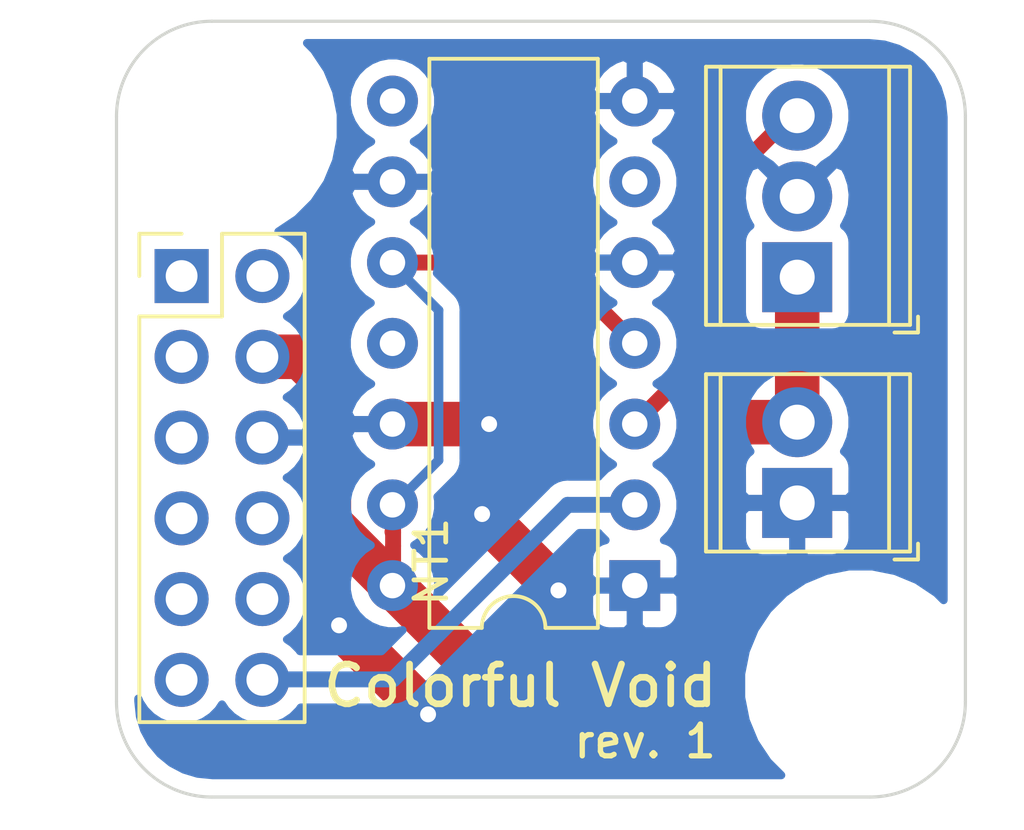
<source format=kicad_pcb>
(kicad_pcb (version 20171130) (host pcbnew "(5.1.8)-1")

  (general
    (thickness 1.6)
    (drawings 10)
    (tracks 35)
    (zones 0)
    (modules 7)
    (nets 18)
  )

  (page A4)
  (layers
    (0 F.Cu signal)
    (31 B.Cu signal)
    (32 B.Adhes user)
    (33 F.Adhes user)
    (34 B.Paste user)
    (35 F.Paste user)
    (36 B.SilkS user)
    (37 F.SilkS user)
    (38 B.Mask user)
    (39 F.Mask user)
    (40 Dwgs.User user)
    (41 Cmts.User user)
    (42 Eco1.User user)
    (43 Eco2.User user)
    (44 Edge.Cuts user)
    (45 Margin user)
    (46 B.CrtYd user)
    (47 F.CrtYd user)
    (48 B.Fab user)
    (49 F.Fab user)
  )

  (setup
    (last_trace_width 0.5)
    (trace_clearance 0.2)
    (zone_clearance 0.508)
    (zone_45_only no)
    (trace_min 0.2)
    (via_size 0.8)
    (via_drill 0.4)
    (via_min_size 0.4)
    (via_min_drill 0.3)
    (uvia_size 0.3)
    (uvia_drill 0.1)
    (uvias_allowed no)
    (uvia_min_size 0.2)
    (uvia_min_drill 0.1)
    (edge_width 0.1)
    (segment_width 0.2)
    (pcb_text_width 0.3)
    (pcb_text_size 1.5 1.5)
    (mod_edge_width 0.127)
    (mod_text_size 1 0.8128)
    (mod_text_width 0.127)
    (pad_size 1.524 1.524)
    (pad_drill 0.762)
    (pad_to_mask_clearance 0.0762)
    (solder_mask_min_width 0.127)
    (aux_axis_origin 0 0)
    (visible_elements 7FFFFFFF)
    (pcbplotparams
      (layerselection 0x010fc_ffffffff)
      (usegerberextensions false)
      (usegerberattributes true)
      (usegerberadvancedattributes true)
      (creategerberjobfile true)
      (excludeedgelayer true)
      (linewidth 0.100000)
      (plotframeref false)
      (viasonmask false)
      (mode 1)
      (useauxorigin false)
      (hpglpennumber 1)
      (hpglpenspeed 20)
      (hpglpendiameter 15.000000)
      (psnegative false)
      (psa4output false)
      (plotreference true)
      (plotvalue true)
      (plotinvisibletext false)
      (padsonsilk false)
      (subtractmaskfromsilk false)
      (outputformat 1)
      (mirror false)
      (drillshape 1)
      (scaleselection 1)
      (outputdirectory ""))
  )

  (net 0 "")
  (net 1 "Net-(J1-Pad2)")
  (net 2 "Net-(J1-Pad1)")
  (net 3 LED_VCC)
  (net 4 LED_GND)
  (net 5 LED_D)
  (net 6 "Net-(U1-Pad6)")
  (net 7 "Net-(U1-Pad11)")
  (net 8 LED_CTRL)
  (net 9 "Net-(U1-Pad8)")
  (net 10 "Net-(NT1-Pad1)")
  (net 11 "Net-(J1-Pad11)")
  (net 12 "Net-(J1-Pad10)")
  (net 13 "Net-(J1-Pad9)")
  (net 14 "Net-(J1-Pad8)")
  (net 15 "Net-(J1-Pad7)")
  (net 16 "Net-(J1-Pad5)")
  (net 17 "Net-(J1-Pad3)")

  (net_class Default "This is the default net class."
    (clearance 0.2)
    (trace_width 0.5)
    (via_dia 0.8)
    (via_drill 0.4)
    (uvia_dia 0.3)
    (uvia_drill 0.1)
    (add_net LED_CTRL)
    (add_net LED_D)
    (add_net "Net-(J1-Pad1)")
    (add_net "Net-(J1-Pad10)")
    (add_net "Net-(J1-Pad11)")
    (add_net "Net-(J1-Pad2)")
    (add_net "Net-(J1-Pad3)")
    (add_net "Net-(J1-Pad5)")
    (add_net "Net-(J1-Pad7)")
    (add_net "Net-(J1-Pad8)")
    (add_net "Net-(J1-Pad9)")
    (add_net "Net-(NT1-Pad1)")
    (add_net "Net-(U1-Pad11)")
    (add_net "Net-(U1-Pad6)")
    (add_net "Net-(U1-Pad8)")
  )

  (net_class Power ""
    (clearance 0.5)
    (trace_width 1.4)
    (via_dia 1)
    (via_drill 0.5)
    (uvia_dia 0.3)
    (uvia_drill 0.1)
    (add_net LED_GND)
    (add_net LED_VCC)
  )

  (module Connector_PinHeader_2.54mm:PinHeader_2x06_P2.54mm_Vertical (layer F.Cu) (tedit 59FED5CC) (tstamp 5FF1DFEF)
    (at 104.348 95.614)
    (descr "Through hole straight pin header, 2x06, 2.54mm pitch, double rows")
    (tags "Through hole pin header THT 2x06 2.54mm double row")
    (path /5FD53E6E)
    (fp_text reference J1 (at 1.27 -2.33) (layer F.SilkS) hide
      (effects (font (size 1 1) (thickness 0.15)))
    )
    (fp_text value Raspberry_Pi_Zero (at 1.27 15.03) (layer F.Fab)
      (effects (font (size 1 1) (thickness 0.15)))
    )
    (fp_line (start 4.35 -1.8) (end -1.8 -1.8) (layer F.CrtYd) (width 0.05))
    (fp_line (start 4.35 14.5) (end 4.35 -1.8) (layer F.CrtYd) (width 0.05))
    (fp_line (start -1.8 14.5) (end 4.35 14.5) (layer F.CrtYd) (width 0.05))
    (fp_line (start -1.8 -1.8) (end -1.8 14.5) (layer F.CrtYd) (width 0.05))
    (fp_line (start -1.33 -1.33) (end 0 -1.33) (layer F.SilkS) (width 0.12))
    (fp_line (start -1.33 0) (end -1.33 -1.33) (layer F.SilkS) (width 0.12))
    (fp_line (start 1.27 -1.33) (end 3.87 -1.33) (layer F.SilkS) (width 0.12))
    (fp_line (start 1.27 1.27) (end 1.27 -1.33) (layer F.SilkS) (width 0.12))
    (fp_line (start -1.33 1.27) (end 1.27 1.27) (layer F.SilkS) (width 0.12))
    (fp_line (start 3.87 -1.33) (end 3.87 14.03) (layer F.SilkS) (width 0.12))
    (fp_line (start -1.33 1.27) (end -1.33 14.03) (layer F.SilkS) (width 0.12))
    (fp_line (start -1.33 14.03) (end 3.87 14.03) (layer F.SilkS) (width 0.12))
    (fp_line (start -1.27 0) (end 0 -1.27) (layer F.Fab) (width 0.1))
    (fp_line (start -1.27 13.97) (end -1.27 0) (layer F.Fab) (width 0.1))
    (fp_line (start 3.81 13.97) (end -1.27 13.97) (layer F.Fab) (width 0.1))
    (fp_line (start 3.81 -1.27) (end 3.81 13.97) (layer F.Fab) (width 0.1))
    (fp_line (start 0 -1.27) (end 3.81 -1.27) (layer F.Fab) (width 0.1))
    (fp_text user %R (at 1.27 6.35 90) (layer F.Fab)
      (effects (font (size 1 1) (thickness 0.15)))
    )
    (pad 12 thru_hole oval (at 2.54 12.7) (size 1.7 1.7) (drill 1) (layers *.Cu *.Mask)
      (net 8 LED_CTRL))
    (pad 11 thru_hole oval (at 0 12.7) (size 1.7 1.7) (drill 1) (layers *.Cu *.Mask)
      (net 11 "Net-(J1-Pad11)"))
    (pad 10 thru_hole oval (at 2.54 10.16) (size 1.7 1.7) (drill 1) (layers *.Cu *.Mask)
      (net 12 "Net-(J1-Pad10)"))
    (pad 9 thru_hole oval (at 0 10.16) (size 1.7 1.7) (drill 1) (layers *.Cu *.Mask)
      (net 13 "Net-(J1-Pad9)"))
    (pad 8 thru_hole oval (at 2.54 7.62) (size 1.7 1.7) (drill 1) (layers *.Cu *.Mask)
      (net 14 "Net-(J1-Pad8)"))
    (pad 7 thru_hole oval (at 0 7.62) (size 1.7 1.7) (drill 1) (layers *.Cu *.Mask)
      (net 15 "Net-(J1-Pad7)"))
    (pad 6 thru_hole oval (at 2.54 5.08) (size 1.7 1.7) (drill 1) (layers *.Cu *.Mask)
      (net 4 LED_GND))
    (pad 5 thru_hole oval (at 0 5.08) (size 1.7 1.7) (drill 1) (layers *.Cu *.Mask)
      (net 16 "Net-(J1-Pad5)"))
    (pad 4 thru_hole oval (at 2.54 2.54) (size 1.7 1.7) (drill 1) (layers *.Cu *.Mask)
      (net 3 LED_VCC))
    (pad 3 thru_hole oval (at 0 2.54) (size 1.7 1.7) (drill 1) (layers *.Cu *.Mask)
      (net 17 "Net-(J1-Pad3)"))
    (pad 2 thru_hole oval (at 2.54 0) (size 1.7 1.7) (drill 1) (layers *.Cu *.Mask)
      (net 1 "Net-(J1-Pad2)"))
    (pad 1 thru_hole rect (at 0 0) (size 1.7 1.7) (drill 1) (layers *.Cu *.Mask)
      (net 2 "Net-(J1-Pad1)"))
    (model ${KISYS3DMOD}/Connector_PinHeader_2.54mm.3dshapes/PinHeader_2x06_P2.54mm_Vertical.wrl
      (at (xyz 0 0 0))
      (scale (xyz 1 1 1))
      (rotate (xyz 0 0 0))
    )
  )

  (module misc_hardware:MountingHole_M2.5 (layer F.Cu) (tedit 5FF15BBD) (tstamp 5FF1D32E)
    (at 105.6 90.9)
    (descr "Mounting Hole 2.7mm, no annular, M2.5")
    (tags "mounting hole 2.7mm no annular m2.5")
    (path /5FF5065F)
    (attr virtual)
    (fp_text reference H2 (at 0 -3.7) (layer F.SilkS) hide
      (effects (font (size 1 1) (thickness 0.15)))
    )
    (fp_text value MountingHole (at 0 3.7) (layer F.Fab)
      (effects (font (size 1 1) (thickness 0.15)))
    )
    (fp_circle (center 0 0) (end 3.6 0) (layer F.CrtYd) (width 0.05))
    (fp_circle (center 0 0) (end 2.7 0) (layer Cmts.User) (width 0.15))
    (fp_text user %R (at 0.3 0) (layer F.Fab)
      (effects (font (size 1 1) (thickness 0.15)))
    )
    (pad "" np_thru_hole circle (at 0 0) (size 2.75 2.75) (drill 2.75) (layers *.Cu *.Mask)
      (solder_mask_margin 1.75) (clearance 2.25))
  )

  (module misc_hardware:MountingHole_M2.5 (layer F.Cu) (tedit 5FF15BBD) (tstamp 5FF1D883)
    (at 125.7 108.5)
    (descr "Mounting Hole 2.7mm, no annular, M2.5")
    (tags "mounting hole 2.7mm no annular m2.5")
    (path /5FF4F0EB)
    (attr virtual)
    (fp_text reference H1 (at 0 -3.7) (layer F.SilkS) hide
      (effects (font (size 1 1) (thickness 0.15)))
    )
    (fp_text value MountingHole (at 0 3.7) (layer F.Fab)
      (effects (font (size 1 1) (thickness 0.15)))
    )
    (fp_circle (center 0 0) (end 3.6 0) (layer F.CrtYd) (width 0.05))
    (fp_circle (center 0 0) (end 2.7 0) (layer Cmts.User) (width 0.15))
    (fp_text user %R (at 0.3 0) (layer F.Fab)
      (effects (font (size 1 1) (thickness 0.15)))
    )
    (pad "" np_thru_hole circle (at 0 0) (size 2.75 2.75) (drill 2.75) (layers *.Cu *.Mask)
      (solder_mask_margin 1.75) (clearance 2.25))
  )

  (module NetTie:NetTie-2_SMD_Pad0.5mm (layer F.Cu) (tedit 5A1CF6D3) (tstamp 5FF15DC1)
    (at 111 104.6 270)
    (descr "Net tie, 2 pin, 0.5mm square SMD pads")
    (tags "net tie")
    (path /5FF0F2A7)
    (attr virtual)
    (fp_text reference NT1 (at 0 -1.2 90) (layer F.SilkS)
      (effects (font (size 1 1) (thickness 0.15)))
    )
    (fp_text value Net-Tie_2 (at 0 1.2 90) (layer F.Fab)
      (effects (font (size 1 1) (thickness 0.15)))
    )
    (fp_line (start -1 -0.5) (end -1 0.5) (layer F.CrtYd) (width 0.05))
    (fp_line (start -1 0.5) (end 1 0.5) (layer F.CrtYd) (width 0.05))
    (fp_line (start 1 0.5) (end 1 -0.5) (layer F.CrtYd) (width 0.05))
    (fp_line (start 1 -0.5) (end -1 -0.5) (layer F.CrtYd) (width 0.05))
    (fp_poly (pts (xy -0.5 -0.25) (xy 0.5 -0.25) (xy 0.5 0.25) (xy -0.5 0.25)) (layer F.Cu) (width 0))
    (pad 2 smd circle (at 0.5 0 270) (size 0.5 0.5) (layers F.Cu)
      (net 3 LED_VCC))
    (pad 1 smd circle (at -0.5 0 270) (size 0.5 0.5) (layers F.Cu)
      (net 10 "Net-(NT1-Pad1)"))
  )

  (module misc_hardware:TerminalBlock_Kaweei_1x03_P2.54mm_Horizontal (layer F.Cu) (tedit 5FF0248F) (tstamp 5FF15CB1)
    (at 124 95.64 90)
    (descr "Terminal Block Kaweei KF120-3P, 3 pins, pitch 2.54mm, size 8.00x6.3mm^2, drill diamater 1.1mm, pad diameter 2.2mm, see https://cdn-shop.adafruit.com/product-files/2135/Kaweei_KF120-XP.pdf")
    (tags "THT Terminal Block Kaweei  KF120-3P pitch 2.54mm size 8.00x6.3mm^2 drill 1.1mm pad 2.2mm")
    (path /5FE0F243)
    (fp_text reference J3 (at 2.54 -4.16 90) (layer F.SilkS) hide
      (effects (font (size 1 1) (thickness 0.15)))
    )
    (fp_text value Conn_01x03 (at 2.54 4.5 90) (layer F.Fab)
      (effects (font (size 1 1) (thickness 0.15)))
    )
    (fp_circle (center -0.01 -0.29) (end 1.09 -0.29) (layer F.Fab) (width 0.1))
    (fp_circle (center 2.53 -0.29) (end 3.63 -0.29) (layer F.Fab) (width 0.1))
    (fp_circle (center 5.07 -0.29) (end 6.17 -0.29) (layer F.Fab) (width 0.1))
    (fp_line (start -1.45 -3.1) (end 6.55 -3.1) (layer F.Fab) (width 0.1))
    (fp_line (start 6.55 -3.1) (end 6.55 3.2) (layer F.Fab) (width 0.1))
    (fp_line (start 6.55 3.2) (end -1.03 3.2) (layer F.Fab) (width 0.1))
    (fp_line (start -1.03 3.2) (end -1.45 2.78) (layer F.Fab) (width 0.1))
    (fp_line (start -1.45 2.78) (end -1.45 -3.1) (layer F.Fab) (width 0.1))
    (fp_line (start -1.45 2.6) (end 6.55 2.6) (layer F.Fab) (width 0.1))
    (fp_line (start -1.51 2.6) (end 6.61 2.6) (layer F.SilkS) (width 0.12))
    (fp_line (start -1.45 -2.7) (end 6.55 -2.7) (layer F.Fab) (width 0.1))
    (fp_line (start -1.51 -2.7) (end 6.61 -2.7) (layer F.SilkS) (width 0.12))
    (fp_line (start -1.51 -3.16) (end 6.61 -3.16) (layer F.SilkS) (width 0.12))
    (fp_line (start -1.51 3.26) (end 6.61 3.26) (layer F.SilkS) (width 0.12))
    (fp_line (start -1.51 -3.16) (end -1.51 3.26) (layer F.SilkS) (width 0.12))
    (fp_line (start 6.61 -3.16) (end 6.61 3.26) (layer F.SilkS) (width 0.12))
    (fp_line (start 0.825 -0.99) (end -0.711 0.545) (layer F.Fab) (width 0.1))
    (fp_line (start 0.691 -1.125) (end -0.845 0.41) (layer F.Fab) (width 0.1))
    (fp_line (start 3.365 -0.99) (end 1.83 0.545) (layer F.Fab) (width 0.1))
    (fp_line (start 3.231 -1.125) (end 1.696 0.41) (layer F.Fab) (width 0.1))
    (fp_line (start 5.905 -0.99) (end 4.37 0.545) (layer F.Fab) (width 0.1))
    (fp_line (start 5.771 -1.125) (end 4.236 0.41) (layer F.Fab) (width 0.1))
    (fp_line (start -1.75 2.77) (end -1.75 3.51) (layer F.SilkS) (width 0.12))
    (fp_line (start -1.75 3.51) (end -1.25 3.51) (layer F.SilkS) (width 0.12))
    (fp_line (start -2 -3.6) (end -2 3.8) (layer F.CrtYd) (width 0.05))
    (fp_line (start -2 3.8) (end 7.08 3.8) (layer F.CrtYd) (width 0.05))
    (fp_line (start 7.08 3.8) (end 7.08 -3.6) (layer F.CrtYd) (width 0.05))
    (fp_line (start 7.08 -3.6) (end -2 -3.6) (layer F.CrtYd) (width 0.05))
    (fp_text user %R (at 2.54 2 90) (layer F.Fab)
      (effects (font (size 1 1) (thickness 0.15)))
    )
    (pad 1 thru_hole rect (at -0.01 -0.29 90) (size 2.2 2.2) (drill 1.1) (layers *.Cu *.Mask)
      (net 3 LED_VCC))
    (pad 2 thru_hole circle (at 2.53 -0.29 90) (size 2.2 2.2) (drill 1.1) (layers *.Cu *.Mask)
      (net 4 LED_GND))
    (pad 3 thru_hole circle (at 5.07 -0.29 90) (size 2.2 2.2) (drill 1.1) (layers *.Cu *.Mask)
      (net 5 LED_D))
    (model ${KIPRJMOD}/misc_hardware.pretty/TerminalBlock_Kaweei_1x03_P2.54mm_Horizontal.STEP
      (offset (xyz 2.55 -3.2 0))
      (scale (xyz 1 1 1))
      (rotate (xyz 0 0 90))
    )
  )

  (module misc_hardware:TerminalBlock_Kaweei_1x02_P2.54mm_Horizontal (layer F.Cu) (tedit 5FF0247A) (tstamp 5FF16522)
    (at 124 104.04 90)
    (descr "Terminal Block Kaweei KF120-2P, 2 pins, pitch 2.54mm, size 5.46x6.3mm^2, drill diamater 1.1mm, pad diameter 2.2mm, see https://cdn-shop.adafruit.com/product-files/2135/Kaweei_KF120-XP.pdf")
    (tags "THT Terminal Block Kaweei  KF120-2P pitch 2.54mm size 5.46x6.3mm^2 drill 1.1mm pad 2.2mm")
    (path /5FEFCA38)
    (fp_text reference J2 (at 2.54 -4.16 90) (layer F.SilkS) hide
      (effects (font (size 1 1) (thickness 0.15)))
    )
    (fp_text value Conn_01x02 (at 2.54 4.5 90) (layer F.Fab)
      (effects (font (size 1 1) (thickness 0.15)))
    )
    (fp_line (start 5.82 -3.6) (end -0.74 -3.6) (layer F.CrtYd) (width 0.05))
    (fp_line (start 5.82 3.8) (end 5.82 -3.6) (layer F.CrtYd) (width 0.05))
    (fp_line (start -0.74 3.8) (end 5.82 3.8) (layer F.CrtYd) (width 0.05))
    (fp_line (start -0.74 -3.6) (end -0.74 3.8) (layer F.CrtYd) (width 0.05))
    (fp_line (start -0.49 3.51) (end 0.01 3.51) (layer F.SilkS) (width 0.12))
    (fp_line (start -0.49 2.77) (end -0.49 3.51) (layer F.SilkS) (width 0.12))
    (fp_line (start 4.531 -1.125) (end 2.996 0.41) (layer F.Fab) (width 0.1))
    (fp_line (start 4.665 -0.99) (end 3.13 0.545) (layer F.Fab) (width 0.1))
    (fp_line (start 1.991 -1.125) (end 0.455 0.41) (layer F.Fab) (width 0.1))
    (fp_line (start 2.125 -0.99) (end 0.589 0.545) (layer F.Fab) (width 0.1))
    (fp_line (start 5.34 -3.16) (end 5.34 3.26) (layer F.SilkS) (width 0.12))
    (fp_line (start -0.24 -3.16) (end -0.24 3.26) (layer F.SilkS) (width 0.12))
    (fp_line (start -0.24 3.26) (end 5.34 3.26) (layer F.SilkS) (width 0.12))
    (fp_line (start -0.24 -3.16) (end 5.34 -3.16) (layer F.SilkS) (width 0.12))
    (fp_line (start -0.24 -2.7) (end 5.34 -2.7) (layer F.SilkS) (width 0.12))
    (fp_line (start -0.18 -2.7) (end 5.28 -2.7) (layer F.Fab) (width 0.1))
    (fp_line (start -0.24 2.6) (end 5.34 2.6) (layer F.SilkS) (width 0.12))
    (fp_line (start -0.18 2.6) (end 5.28 2.6) (layer F.Fab) (width 0.1))
    (fp_line (start -0.18 2.78) (end -0.18 -3.1) (layer F.Fab) (width 0.1))
    (fp_line (start 0.24 3.2) (end -0.18 2.78) (layer F.Fab) (width 0.1))
    (fp_line (start 5.28 3.2) (end 0.24 3.2) (layer F.Fab) (width 0.1))
    (fp_line (start 5.28 -3.1) (end 5.28 3.2) (layer F.Fab) (width 0.1))
    (fp_line (start -0.18 -3.1) (end 5.28 -3.1) (layer F.Fab) (width 0.1))
    (fp_circle (center 3.83 -0.29) (end 4.93 -0.29) (layer F.Fab) (width 0.1))
    (fp_circle (center 1.29 -0.29) (end 2.39 -0.29) (layer F.Fab) (width 0.1))
    (fp_text user %R (at 2.54 2 90) (layer F.Fab)
      (effects (font (size 1 1) (thickness 0.15)))
    )
    (pad 1 thru_hole rect (at 1.29 -0.29 90) (size 2.2 2.2) (drill 1.1) (layers *.Cu *.Mask)
      (net 4 LED_GND))
    (pad 2 thru_hole circle (at 3.83 -0.29 90) (size 2.2 2.2) (drill 1.1) (layers *.Cu *.Mask)
      (net 3 LED_VCC))
    (model ${KIPRJMOD}/misc_hardware.pretty/TerminalBlock_Kaweei_1x02_P2.54mm_Horizontal.STEP
      (offset (xyz 2.55 -3.2 0))
      (scale (xyz 1 1 1))
      (rotate (xyz 0 0 90))
    )
  )

  (module Package_DIP:DIP-14_W7.62mm (layer F.Cu) (tedit 5A02E8C5) (tstamp 5FF15D18)
    (at 118.6 105.35 180)
    (descr "14-lead though-hole mounted DIP package, row spacing 7.62 mm (300 mils)")
    (tags "THT DIP DIL PDIP 2.54mm 7.62mm 300mil")
    (path /5FD63880)
    (fp_text reference U1 (at 3.81 -2.33) (layer F.SilkS) hide
      (effects (font (size 1 1) (thickness 0.15)))
    )
    (fp_text value 74AHCT125 (at 3.81 17.57) (layer F.Fab)
      (effects (font (size 1 1) (thickness 0.15)))
    )
    (fp_line (start 1.635 -1.27) (end 6.985 -1.27) (layer F.Fab) (width 0.1))
    (fp_line (start 6.985 -1.27) (end 6.985 16.51) (layer F.Fab) (width 0.1))
    (fp_line (start 6.985 16.51) (end 0.635 16.51) (layer F.Fab) (width 0.1))
    (fp_line (start 0.635 16.51) (end 0.635 -0.27) (layer F.Fab) (width 0.1))
    (fp_line (start 0.635 -0.27) (end 1.635 -1.27) (layer F.Fab) (width 0.1))
    (fp_line (start 2.81 -1.33) (end 1.16 -1.33) (layer F.SilkS) (width 0.12))
    (fp_line (start 1.16 -1.33) (end 1.16 16.57) (layer F.SilkS) (width 0.12))
    (fp_line (start 1.16 16.57) (end 6.46 16.57) (layer F.SilkS) (width 0.12))
    (fp_line (start 6.46 16.57) (end 6.46 -1.33) (layer F.SilkS) (width 0.12))
    (fp_line (start 6.46 -1.33) (end 4.81 -1.33) (layer F.SilkS) (width 0.12))
    (fp_line (start -1.1 -1.55) (end -1.1 16.8) (layer F.CrtYd) (width 0.05))
    (fp_line (start -1.1 16.8) (end 8.7 16.8) (layer F.CrtYd) (width 0.05))
    (fp_line (start 8.7 16.8) (end 8.7 -1.55) (layer F.CrtYd) (width 0.05))
    (fp_line (start 8.7 -1.55) (end -1.1 -1.55) (layer F.CrtYd) (width 0.05))
    (fp_text user %R (at 3.81 7.62) (layer F.Fab)
      (effects (font (size 1 1) (thickness 0.15)))
    )
    (fp_arc (start 3.81 -1.33) (end 2.81 -1.33) (angle -180) (layer F.SilkS) (width 0.12))
    (pad 14 thru_hole oval (at 7.62 0 180) (size 1.6 1.6) (drill 0.8) (layers *.Cu *.Mask)
      (net 3 LED_VCC))
    (pad 7 thru_hole oval (at 0 15.24 180) (size 1.6 1.6) (drill 0.8) (layers *.Cu *.Mask)
      (net 4 LED_GND))
    (pad 13 thru_hole oval (at 7.62 2.54 180) (size 1.6 1.6) (drill 0.8) (layers *.Cu *.Mask)
      (net 10 "Net-(NT1-Pad1)"))
    (pad 6 thru_hole oval (at 0 12.7 180) (size 1.6 1.6) (drill 0.8) (layers *.Cu *.Mask)
      (net 6 "Net-(U1-Pad6)"))
    (pad 12 thru_hole oval (at 7.62 5.08 180) (size 1.6 1.6) (drill 0.8) (layers *.Cu *.Mask)
      (net 4 LED_GND))
    (pad 5 thru_hole oval (at 0 10.16 180) (size 1.6 1.6) (drill 0.8) (layers *.Cu *.Mask)
      (net 4 LED_GND))
    (pad 11 thru_hole oval (at 7.62 7.62 180) (size 1.6 1.6) (drill 0.8) (layers *.Cu *.Mask)
      (net 7 "Net-(U1-Pad11)"))
    (pad 4 thru_hole oval (at 0 7.62 180) (size 1.6 1.6) (drill 0.8) (layers *.Cu *.Mask)
      (net 10 "Net-(NT1-Pad1)"))
    (pad 10 thru_hole oval (at 7.62 10.16 180) (size 1.6 1.6) (drill 0.8) (layers *.Cu *.Mask)
      (net 10 "Net-(NT1-Pad1)"))
    (pad 3 thru_hole oval (at 0 5.08 180) (size 1.6 1.6) (drill 0.8) (layers *.Cu *.Mask)
      (net 5 LED_D))
    (pad 9 thru_hole oval (at 7.62 12.7 180) (size 1.6 1.6) (drill 0.8) (layers *.Cu *.Mask)
      (net 4 LED_GND))
    (pad 2 thru_hole oval (at 0 2.54 180) (size 1.6 1.6) (drill 0.8) (layers *.Cu *.Mask)
      (net 8 LED_CTRL))
    (pad 8 thru_hole oval (at 7.62 15.24 180) (size 1.6 1.6) (drill 0.8) (layers *.Cu *.Mask)
      (net 9 "Net-(U1-Pad8)"))
    (pad 1 thru_hole rect (at 0 0 180) (size 1.6 1.6) (drill 0.8) (layers *.Cu *.Mask)
      (net 4 LED_GND))
    (model ${KISYS3DMOD}/Package_DIP.3dshapes/DIP-14_W7.62mm.wrl
      (at (xyz 0 0 0))
      (scale (xyz 1 1 1))
      (rotate (xyz 0 0 0))
    )
  )

  (gr_text "rev. 1" (at 121.25 110.25) (layer F.SilkS)
    (effects (font (size 1 1) (thickness 0.167)) (justify right))
  )
  (gr_text "Colorful Void" (at 115 108.5) (layer F.SilkS) (tstamp 5FF1E41C)
    (effects (font (size 1.25 1.25) (thickness 0.21)))
  )
  (gr_arc (start 126 109) (end 126 112) (angle -90) (layer Edge.Cuts) (width 0.1) (tstamp 5FF15C77))
  (gr_line (start 129 90.6) (end 129 109) (layer Edge.Cuts) (width 0.1) (tstamp 5FF15C7A))
  (gr_arc (start 105.3 109) (end 102.3 109) (angle -90) (layer Edge.Cuts) (width 0.1) (tstamp 5FF15BAB))
  (gr_arc (start 126 90.6) (end 129 90.6) (angle -90) (layer Edge.Cuts) (width 0.1) (tstamp 5FF15C7D))
  (gr_arc (start 105.3 90.6) (end 105.3 87.6) (angle -90) (layer Edge.Cuts) (width 0.1))
  (gr_line (start 105.3 112) (end 126 112) (layer Edge.Cuts) (width 0.1) (tstamp 5FF1D8B4))
  (gr_line (start 102.3 90.6) (end 102.3 109) (layer Edge.Cuts) (width 0.1))
  (gr_line (start 126 87.6) (end 105.3 87.6) (layer Edge.Cuts) (width 0.1) (tstamp 5FF15C8C))

  (segment (start 123.71 95.65) (end 123.71 100.21) (width 1.4) (layer F.Cu) (net 3))
  (segment (start 108.979999 103.349999) (end 110.98 105.35) (width 1.4) (layer F.Cu) (net 3))
  (segment (start 108.090081 98.154) (end 108.979999 99.043918) (width 1.4) (layer F.Cu) (net 3))
  (segment (start 108.979999 99.043918) (end 108.979999 103.349999) (width 1.4) (layer F.Cu) (net 3))
  (segment (start 106.888 98.154) (end 108.090081 98.154) (width 1.4) (layer F.Cu) (net 3))
  (segment (start 114.33 108.7) (end 110.98 105.35) (width 1.4) (layer F.Cu) (net 3))
  (segment (start 120.9 101.199998) (end 120.9 107.610002) (width 1.4) (layer F.Cu) (net 3))
  (segment (start 119.810002 108.7) (end 114.33 108.7) (width 1.4) (layer F.Cu) (net 3))
  (segment (start 121.889998 100.21) (end 120.9 101.199998) (width 1.4) (layer F.Cu) (net 3))
  (segment (start 123.71 100.21) (end 121.889998 100.21) (width 1.4) (layer F.Cu) (net 3))
  (segment (start 120.9 107.610002) (end 119.810002 108.7) (width 1.4) (layer F.Cu) (net 3))
  (via (at 114.020029 100.27) (size 1) (drill 0.5) (layers F.Cu B.Cu) (net 4) (tstamp 5FF15C89))
  (segment (start 110.98 100.27) (end 114.020029 100.27) (width 1.4) (layer F.Cu) (net 4) (tstamp 5FF15DE2))
  (via (at 116.2 105.5) (size 1) (drill 0.5) (layers F.Cu B.Cu) (net 4) (tstamp 5FF15C83))
  (via (at 113.8 103.1) (size 1) (drill 0.5) (layers F.Cu B.Cu) (net 4) (tstamp 5FF15C86))
  (segment (start 116.2 105.5) (end 113.8 103.1) (width 1.4) (layer F.Cu) (net 4) (tstamp 5FF15C80))
  (via (at 109.3 106.6) (size 1) (drill 0.5) (layers F.Cu B.Cu) (net 4))
  (via (at 112.1 109.4) (size 1) (drill 0.5) (layers F.Cu B.Cu) (net 4))
  (segment (start 109.3 106.6) (end 112.1 109.4) (width 1.4) (layer F.Cu) (net 4))
  (segment (start 124.02 93.64) (end 123.19 93.64) (width 0.5) (layer F.Cu) (net 4) (tstamp 5FF15E0F))
  (segment (start 123.511998 90.57) (end 123.71 90.57) (width 0.5) (layer F.Cu) (net 5))
  (segment (start 121.13 92.951998) (end 123.511998 90.57) (width 0.5) (layer F.Cu) (net 5))
  (segment (start 121.13 97.74) (end 121.13 92.951998) (width 0.5) (layer F.Cu) (net 5))
  (segment (start 118.6 100.27) (end 121.13 97.74) (width 0.5) (layer F.Cu) (net 5))
  (segment (start 116.49 102.81) (end 118.6 102.81) (width 0.5) (layer B.Cu) (net 8))
  (segment (start 111 108.3) (end 116.49 102.81) (width 0.5) (layer B.Cu) (net 8))
  (segment (start 106.902 108.3) (end 106.888 108.314) (width 0.5) (layer B.Cu) (net 8))
  (segment (start 111 108.3) (end 106.902 108.3) (width 0.5) (layer B.Cu) (net 8))
  (segment (start 111 103.68) (end 110.98 103.66) (width 0.5) (layer F.Cu) (net 10) (tstamp 5FF15E00))
  (segment (start 111 104.1) (end 111 102.88) (width 0.5) (layer F.Cu) (net 10) (tstamp 5FF15DE8))
  (segment (start 112.430001 101.409999) (end 110.98 102.86) (width 0.3) (layer B.Cu) (net 10) (tstamp 5FF15E06))
  (segment (start 112.430001 96.690001) (end 112.430001 101.409999) (width 0.3) (layer B.Cu) (net 10) (tstamp 5FF15DF1))
  (segment (start 110.98 95.24) (end 112.430001 96.690001) (width 0.3) (layer B.Cu) (net 10) (tstamp 5FF15DDC))
  (segment (start 116.06 95.19) (end 118.6 97.73) (width 0.5) (layer F.Cu) (net 10))
  (segment (start 110.98 95.19) (end 116.06 95.19) (width 0.5) (layer F.Cu) (net 10))

  (zone (net 4) (net_name LED_GND) (layer B.Cu) (tstamp 5FF1E31C) (hatch edge 0.508)
    (connect_pads (clearance 0.508))
    (min_thickness 0.254)
    (fill yes (arc_segments 32) (thermal_gap 0.508) (thermal_bridge_width 0.508))
    (polygon
      (pts
        (xy 129.5 112.5) (xy 101.75 112.5) (xy 101.75 87.238081) (xy 129.5 87.25)
      )
    )
    (filled_polygon
      (pts
        (xy 126.449016 88.332312) (xy 126.88093 88.462714) (xy 127.279285 88.674524) (xy 127.628914 88.959675) (xy 127.916497 89.307303)
        (xy 128.131086 89.704177) (xy 128.264498 90.135161) (xy 128.315 90.615654) (xy 128.315001 105.808873) (xy 128.09176 105.585632)
        (xy 127.477238 105.175021) (xy 126.794418 104.892188) (xy 126.06954 104.748) (xy 125.33046 104.748) (xy 124.605582 104.892188)
        (xy 123.922762 105.175021) (xy 123.30824 105.585632) (xy 122.785632 106.10824) (xy 122.375021 106.722762) (xy 122.092188 107.405582)
        (xy 121.948 108.13046) (xy 121.948 108.86954) (xy 122.092188 109.594418) (xy 122.375021 110.277238) (xy 122.785632 110.89176)
        (xy 123.208872 111.315) (xy 105.333504 111.315) (xy 104.850984 111.267688) (xy 104.419073 111.137287) (xy 104.02072 110.92548)
        (xy 103.671086 110.640325) (xy 103.383503 110.292697) (xy 103.168915 109.895825) (xy 103.0355 109.464834) (xy 102.985 108.984346)
        (xy 102.985 108.903918) (xy 103.03201 109.017411) (xy 103.194525 109.260632) (xy 103.401368 109.467475) (xy 103.644589 109.62999)
        (xy 103.914842 109.741932) (xy 104.20174 109.799) (xy 104.49426 109.799) (xy 104.781158 109.741932) (xy 105.051411 109.62999)
        (xy 105.294632 109.467475) (xy 105.501475 109.260632) (xy 105.618 109.08624) (xy 105.734525 109.260632) (xy 105.941368 109.467475)
        (xy 106.184589 109.62999) (xy 106.454842 109.741932) (xy 106.74174 109.799) (xy 107.03426 109.799) (xy 107.321158 109.741932)
        (xy 107.591411 109.62999) (xy 107.834632 109.467475) (xy 108.041475 109.260632) (xy 108.092011 109.185) (xy 110.956531 109.185)
        (xy 111 109.189281) (xy 111.043469 109.185) (xy 111.043477 109.185) (xy 111.17349 109.172195) (xy 111.340313 109.121589)
        (xy 111.494059 109.039411) (xy 111.628817 108.928817) (xy 111.656534 108.895044) (xy 114.401578 106.15) (xy 117.161928 106.15)
        (xy 117.174188 106.274482) (xy 117.210498 106.39418) (xy 117.269463 106.504494) (xy 117.348815 106.601185) (xy 117.445506 106.680537)
        (xy 117.55582 106.739502) (xy 117.675518 106.775812) (xy 117.8 106.788072) (xy 118.31425 106.785) (xy 118.473 106.62625)
        (xy 118.473 105.477) (xy 118.727 105.477) (xy 118.727 106.62625) (xy 118.88575 106.785) (xy 119.4 106.788072)
        (xy 119.524482 106.775812) (xy 119.64418 106.739502) (xy 119.754494 106.680537) (xy 119.851185 106.601185) (xy 119.930537 106.504494)
        (xy 119.989502 106.39418) (xy 120.025812 106.274482) (xy 120.038072 106.15) (xy 120.035 105.63575) (xy 119.87625 105.477)
        (xy 118.727 105.477) (xy 118.473 105.477) (xy 117.32375 105.477) (xy 117.165 105.63575) (xy 117.161928 106.15)
        (xy 114.401578 106.15) (xy 116.856579 103.695) (xy 117.465479 103.695) (xy 117.485363 103.724759) (xy 117.683961 103.923357)
        (xy 117.675518 103.924188) (xy 117.55582 103.960498) (xy 117.445506 104.019463) (xy 117.348815 104.098815) (xy 117.269463 104.195506)
        (xy 117.210498 104.30582) (xy 117.174188 104.425518) (xy 117.161928 104.55) (xy 117.165 105.06425) (xy 117.32375 105.223)
        (xy 118.473 105.223) (xy 118.473 105.203) (xy 118.727 105.203) (xy 118.727 105.223) (xy 119.87625 105.223)
        (xy 120.035 105.06425) (xy 120.038072 104.55) (xy 120.025812 104.425518) (xy 119.989502 104.30582) (xy 119.930537 104.195506)
        (xy 119.851185 104.098815) (xy 119.754494 104.019463) (xy 119.64418 103.960498) (xy 119.524482 103.924188) (xy 119.516039 103.923357)
        (xy 119.589396 103.85) (xy 121.971928 103.85) (xy 121.984188 103.974482) (xy 122.020498 104.09418) (xy 122.079463 104.204494)
        (xy 122.158815 104.301185) (xy 122.255506 104.380537) (xy 122.36582 104.439502) (xy 122.485518 104.475812) (xy 122.61 104.488072)
        (xy 123.42425 104.485) (xy 123.583 104.32625) (xy 123.583 102.877) (xy 123.837 102.877) (xy 123.837 104.32625)
        (xy 123.99575 104.485) (xy 124.81 104.488072) (xy 124.934482 104.475812) (xy 125.05418 104.439502) (xy 125.164494 104.380537)
        (xy 125.261185 104.301185) (xy 125.340537 104.204494) (xy 125.399502 104.09418) (xy 125.435812 103.974482) (xy 125.448072 103.85)
        (xy 125.445 103.03575) (xy 125.28625 102.877) (xy 123.837 102.877) (xy 123.583 102.877) (xy 122.13375 102.877)
        (xy 121.975 103.03575) (xy 121.971928 103.85) (xy 119.589396 103.85) (xy 119.714637 103.724759) (xy 119.87168 103.489727)
        (xy 119.979853 103.228574) (xy 120.035 102.951335) (xy 120.035 102.668665) (xy 119.979853 102.391426) (xy 119.87168 102.130273)
        (xy 119.714637 101.895241) (xy 119.514759 101.695363) (xy 119.446869 101.65) (xy 121.971928 101.65) (xy 121.975 102.46425)
        (xy 122.13375 102.623) (xy 123.583 102.623) (xy 123.583 102.603) (xy 123.837 102.603) (xy 123.837 102.623)
        (xy 125.28625 102.623) (xy 125.445 102.46425) (xy 125.448072 101.65) (xy 125.435812 101.525518) (xy 125.399502 101.40582)
        (xy 125.340537 101.295506) (xy 125.261185 101.198815) (xy 125.18031 101.132443) (xy 125.247537 101.031831) (xy 125.378325 100.716081)
        (xy 125.445 100.380883) (xy 125.445 100.039117) (xy 125.378325 99.703919) (xy 125.247537 99.388169) (xy 125.057663 99.104002)
        (xy 124.815998 98.862337) (xy 124.531831 98.672463) (xy 124.216081 98.541675) (xy 123.880883 98.475) (xy 123.539117 98.475)
        (xy 123.203919 98.541675) (xy 122.888169 98.672463) (xy 122.604002 98.862337) (xy 122.362337 99.104002) (xy 122.172463 99.388169)
        (xy 122.041675 99.703919) (xy 121.975 100.039117) (xy 121.975 100.380883) (xy 122.041675 100.716081) (xy 122.172463 101.031831)
        (xy 122.23969 101.132443) (xy 122.158815 101.198815) (xy 122.079463 101.295506) (xy 122.020498 101.40582) (xy 121.984188 101.525518)
        (xy 121.971928 101.65) (xy 119.446869 101.65) (xy 119.282241 101.54) (xy 119.514759 101.384637) (xy 119.714637 101.184759)
        (xy 119.87168 100.949727) (xy 119.979853 100.688574) (xy 120.035 100.411335) (xy 120.035 100.128665) (xy 119.979853 99.851426)
        (xy 119.87168 99.590273) (xy 119.714637 99.355241) (xy 119.514759 99.155363) (xy 119.282241 99) (xy 119.514759 98.844637)
        (xy 119.714637 98.644759) (xy 119.87168 98.409727) (xy 119.979853 98.148574) (xy 120.035 97.871335) (xy 120.035 97.588665)
        (xy 119.979853 97.311426) (xy 119.87168 97.050273) (xy 119.714637 96.815241) (xy 119.514759 96.615363) (xy 119.279727 96.45832)
        (xy 119.269135 96.453933) (xy 119.455131 96.342385) (xy 119.663519 96.153414) (xy 119.831037 95.92742) (xy 119.951246 95.673087)
        (xy 119.991904 95.539039) (xy 119.869915 95.317) (xy 118.727 95.317) (xy 118.727 95.337) (xy 118.473 95.337)
        (xy 118.473 95.317) (xy 117.330085 95.317) (xy 117.208096 95.539039) (xy 117.248754 95.673087) (xy 117.368963 95.92742)
        (xy 117.536481 96.153414) (xy 117.744869 96.342385) (xy 117.930865 96.453933) (xy 117.920273 96.45832) (xy 117.685241 96.615363)
        (xy 117.485363 96.815241) (xy 117.32832 97.050273) (xy 117.220147 97.311426) (xy 117.165 97.588665) (xy 117.165 97.871335)
        (xy 117.220147 98.148574) (xy 117.32832 98.409727) (xy 117.485363 98.644759) (xy 117.685241 98.844637) (xy 117.917759 99)
        (xy 117.685241 99.155363) (xy 117.485363 99.355241) (xy 117.32832 99.590273) (xy 117.220147 99.851426) (xy 117.165 100.128665)
        (xy 117.165 100.411335) (xy 117.220147 100.688574) (xy 117.32832 100.949727) (xy 117.485363 101.184759) (xy 117.685241 101.384637)
        (xy 117.917759 101.54) (xy 117.685241 101.695363) (xy 117.485363 101.895241) (xy 117.465479 101.925) (xy 116.533465 101.925)
        (xy 116.489999 101.920719) (xy 116.446533 101.925) (xy 116.446523 101.925) (xy 116.31651 101.937805) (xy 116.149687 101.988411)
        (xy 115.995941 102.070589) (xy 115.995939 102.07059) (xy 115.99594 102.07059) (xy 115.894953 102.153468) (xy 115.894951 102.15347)
        (xy 115.861183 102.181183) (xy 115.83347 102.214951) (xy 112.379719 105.668703) (xy 112.415 105.491335) (xy 112.415 105.208665)
        (xy 112.359853 104.931426) (xy 112.25168 104.670273) (xy 112.094637 104.435241) (xy 111.894759 104.235363) (xy 111.662241 104.08)
        (xy 111.894759 103.924637) (xy 112.094637 103.724759) (xy 112.25168 103.489727) (xy 112.359853 103.228574) (xy 112.415 102.951335)
        (xy 112.415 102.668665) (xy 112.392849 102.557308) (xy 112.957817 101.992341) (xy 112.987765 101.967763) (xy 113.012351 101.937806)
        (xy 113.052259 101.889178) (xy 113.085863 101.848232) (xy 113.158755 101.711859) (xy 113.203642 101.563886) (xy 113.215001 101.44856)
        (xy 113.215001 101.448553) (xy 113.218798 101.41) (xy 113.215001 101.371447) (xy 113.215001 96.728553) (xy 113.218798 96.69)
        (xy 113.215001 96.651447) (xy 113.215001 96.65144) (xy 113.203642 96.536114) (xy 113.158755 96.388141) (xy 113.085863 96.251768)
        (xy 112.987765 96.132237) (xy 112.957818 96.10766) (xy 112.376258 95.526101) (xy 112.415 95.331335) (xy 112.415 95.048665)
        (xy 112.359853 94.771426) (xy 112.25168 94.510273) (xy 112.094637 94.275241) (xy 111.894759 94.075363) (xy 111.659727 93.91832)
        (xy 111.649135 93.913933) (xy 111.835131 93.802385) (xy 112.043519 93.613414) (xy 112.211037 93.38742) (xy 112.331246 93.133087)
        (xy 112.371904 92.999039) (xy 112.249915 92.777) (xy 111.107 92.777) (xy 111.107 92.797) (xy 110.853 92.797)
        (xy 110.853 92.777) (xy 109.710085 92.777) (xy 109.588096 92.999039) (xy 109.628754 93.133087) (xy 109.748963 93.38742)
        (xy 109.916481 93.613414) (xy 110.124869 93.802385) (xy 110.310865 93.913933) (xy 110.300273 93.91832) (xy 110.065241 94.075363)
        (xy 109.865363 94.275241) (xy 109.70832 94.510273) (xy 109.600147 94.771426) (xy 109.545 95.048665) (xy 109.545 95.331335)
        (xy 109.600147 95.608574) (xy 109.70832 95.869727) (xy 109.865363 96.104759) (xy 110.065241 96.304637) (xy 110.297759 96.46)
        (xy 110.065241 96.615363) (xy 109.865363 96.815241) (xy 109.70832 97.050273) (xy 109.600147 97.311426) (xy 109.545 97.588665)
        (xy 109.545 97.871335) (xy 109.600147 98.148574) (xy 109.70832 98.409727) (xy 109.865363 98.644759) (xy 110.065241 98.844637)
        (xy 110.300273 99.00168) (xy 110.310865 99.006067) (xy 110.124869 99.117615) (xy 109.916481 99.306586) (xy 109.748963 99.53258)
        (xy 109.628754 99.786913) (xy 109.588096 99.920961) (xy 109.710085 100.143) (xy 110.853 100.143) (xy 110.853 100.123)
        (xy 111.107 100.123) (xy 111.107 100.143) (xy 111.127 100.143) (xy 111.127 100.397) (xy 111.107 100.397)
        (xy 111.107 100.417) (xy 110.853 100.417) (xy 110.853 100.397) (xy 109.710085 100.397) (xy 109.588096 100.619039)
        (xy 109.628754 100.753087) (xy 109.748963 101.00742) (xy 109.916481 101.233414) (xy 110.124869 101.422385) (xy 110.310865 101.533933)
        (xy 110.300273 101.53832) (xy 110.065241 101.695363) (xy 109.865363 101.895241) (xy 109.70832 102.130273) (xy 109.600147 102.391426)
        (xy 109.545 102.668665) (xy 109.545 102.951335) (xy 109.600147 103.228574) (xy 109.70832 103.489727) (xy 109.865363 103.724759)
        (xy 110.065241 103.924637) (xy 110.297759 104.08) (xy 110.065241 104.235363) (xy 109.865363 104.435241) (xy 109.70832 104.670273)
        (xy 109.600147 104.931426) (xy 109.545 105.208665) (xy 109.545 105.491335) (xy 109.600147 105.768574) (xy 109.70832 106.029727)
        (xy 109.865363 106.264759) (xy 110.065241 106.464637) (xy 110.300273 106.62168) (xy 110.561426 106.729853) (xy 110.838665 106.785)
        (xy 111.121335 106.785) (xy 111.298703 106.749719) (xy 110.633422 107.415) (xy 108.073302 107.415) (xy 108.041475 107.367368)
        (xy 107.834632 107.160525) (xy 107.66024 107.044) (xy 107.834632 106.927475) (xy 108.041475 106.720632) (xy 108.20399 106.477411)
        (xy 108.315932 106.207158) (xy 108.373 105.92026) (xy 108.373 105.62774) (xy 108.315932 105.340842) (xy 108.20399 105.070589)
        (xy 108.041475 104.827368) (xy 107.834632 104.620525) (xy 107.66024 104.504) (xy 107.834632 104.387475) (xy 108.041475 104.180632)
        (xy 108.20399 103.937411) (xy 108.315932 103.667158) (xy 108.373 103.38026) (xy 108.373 103.08774) (xy 108.315932 102.800842)
        (xy 108.20399 102.530589) (xy 108.041475 102.287368) (xy 107.834632 102.080525) (xy 107.652466 101.958805) (xy 107.769355 101.889178)
        (xy 107.985588 101.694269) (xy 108.159641 101.46092) (xy 108.284825 101.198099) (xy 108.329476 101.05089) (xy 108.208155 100.821)
        (xy 107.015 100.821) (xy 107.015 100.841) (xy 106.761 100.841) (xy 106.761 100.821) (xy 106.741 100.821)
        (xy 106.741 100.567) (xy 106.761 100.567) (xy 106.761 100.547) (xy 107.015 100.547) (xy 107.015 100.567)
        (xy 108.208155 100.567) (xy 108.329476 100.33711) (xy 108.284825 100.189901) (xy 108.159641 99.92708) (xy 107.985588 99.693731)
        (xy 107.769355 99.498822) (xy 107.652466 99.429195) (xy 107.834632 99.307475) (xy 108.041475 99.100632) (xy 108.20399 98.857411)
        (xy 108.315932 98.587158) (xy 108.373 98.30026) (xy 108.373 98.00774) (xy 108.315932 97.720842) (xy 108.20399 97.450589)
        (xy 108.041475 97.207368) (xy 107.834632 97.000525) (xy 107.66024 96.884) (xy 107.834632 96.767475) (xy 108.041475 96.560632)
        (xy 108.20399 96.317411) (xy 108.315932 96.047158) (xy 108.373 95.76026) (xy 108.373 95.46774) (xy 108.315932 95.180842)
        (xy 108.20399 94.910589) (xy 108.041475 94.667368) (xy 107.834632 94.460525) (xy 107.591411 94.29801) (xy 107.391726 94.215298)
        (xy 107.99176 93.814368) (xy 108.514368 93.29176) (xy 108.924979 92.677238) (xy 109.207812 91.994418) (xy 109.352 91.26954)
        (xy 109.352 90.53046) (xy 109.240252 89.968665) (xy 109.545 89.968665) (xy 109.545 90.251335) (xy 109.600147 90.528574)
        (xy 109.70832 90.789727) (xy 109.865363 91.024759) (xy 110.065241 91.224637) (xy 110.300273 91.38168) (xy 110.310865 91.386067)
        (xy 110.124869 91.497615) (xy 109.916481 91.686586) (xy 109.748963 91.91258) (xy 109.628754 92.166913) (xy 109.588096 92.300961)
        (xy 109.710085 92.523) (xy 110.853 92.523) (xy 110.853 92.503) (xy 111.107 92.503) (xy 111.107 92.523)
        (xy 112.249915 92.523) (xy 112.25779 92.508665) (xy 117.165 92.508665) (xy 117.165 92.791335) (xy 117.220147 93.068574)
        (xy 117.32832 93.329727) (xy 117.485363 93.564759) (xy 117.685241 93.764637) (xy 117.920273 93.92168) (xy 117.930865 93.926067)
        (xy 117.744869 94.037615) (xy 117.536481 94.226586) (xy 117.368963 94.45258) (xy 117.248754 94.706913) (xy 117.208096 94.840961)
        (xy 117.330085 95.063) (xy 118.473 95.063) (xy 118.473 95.043) (xy 118.727 95.043) (xy 118.727 95.063)
        (xy 119.869915 95.063) (xy 119.991904 94.840961) (xy 119.951246 94.706913) (xy 119.831037 94.45258) (xy 119.663519 94.226586)
        (xy 119.455131 94.037615) (xy 119.269135 93.926067) (xy 119.279727 93.92168) (xy 119.514759 93.764637) (xy 119.714637 93.564759)
        (xy 119.87168 93.329727) (xy 119.938404 93.168639) (xy 121.967591 93.168639) (xy 122.012511 93.507439) (xy 122.122664 93.830966)
        (xy 122.228662 94.029274) (xy 122.238733 94.033228) (xy 122.158815 94.098815) (xy 122.079463 94.195506) (xy 122.020498 94.30582)
        (xy 121.984188 94.425518) (xy 121.971928 94.55) (xy 121.971928 96.75) (xy 121.984188 96.874482) (xy 122.020498 96.99418)
        (xy 122.079463 97.104494) (xy 122.158815 97.201185) (xy 122.255506 97.280537) (xy 122.36582 97.339502) (xy 122.485518 97.375812)
        (xy 122.61 97.388072) (xy 124.81 97.388072) (xy 124.934482 97.375812) (xy 125.05418 97.339502) (xy 125.164494 97.280537)
        (xy 125.261185 97.201185) (xy 125.340537 97.104494) (xy 125.399502 96.99418) (xy 125.435812 96.874482) (xy 125.448072 96.75)
        (xy 125.448072 94.55) (xy 125.435812 94.425518) (xy 125.399502 94.30582) (xy 125.340537 94.195506) (xy 125.261185 94.098815)
        (xy 125.181267 94.033228) (xy 125.191338 94.029274) (xy 125.342216 93.722616) (xy 125.430369 93.392415) (xy 125.452409 93.051361)
        (xy 125.407489 92.712561) (xy 125.297336 92.389034) (xy 125.191338 92.190726) (xy 124.916712 92.082893) (xy 123.889605 93.11)
        (xy 123.903748 93.124143) (xy 123.724143 93.303748) (xy 123.71 93.289605) (xy 123.695858 93.303748) (xy 123.516253 93.124143)
        (xy 123.530395 93.11) (xy 122.503288 92.082893) (xy 122.228662 92.190726) (xy 122.077784 92.497384) (xy 121.989631 92.827585)
        (xy 121.967591 93.168639) (xy 119.938404 93.168639) (xy 119.979853 93.068574) (xy 120.035 92.791335) (xy 120.035 92.508665)
        (xy 119.979853 92.231426) (xy 119.87168 91.970273) (xy 119.714637 91.735241) (xy 119.514759 91.535363) (xy 119.279727 91.37832)
        (xy 119.269135 91.373933) (xy 119.455131 91.262385) (xy 119.663519 91.073414) (xy 119.831037 90.84742) (xy 119.951246 90.593087)
        (xy 119.991904 90.459039) (xy 119.958983 90.399117) (xy 121.975 90.399117) (xy 121.975 90.740883) (xy 122.041675 91.076081)
        (xy 122.172463 91.391831) (xy 122.362337 91.675998) (xy 122.604002 91.917663) (xy 122.885074 92.105469) (xy 123.71 92.930395)
        (xy 124.534926 92.105469) (xy 124.815998 91.917663) (xy 125.057663 91.675998) (xy 125.247537 91.391831) (xy 125.378325 91.076081)
        (xy 125.445 90.740883) (xy 125.445 90.399117) (xy 125.378325 90.063919) (xy 125.247537 89.748169) (xy 125.057663 89.464002)
        (xy 124.815998 89.222337) (xy 124.531831 89.032463) (xy 124.216081 88.901675) (xy 123.880883 88.835) (xy 123.539117 88.835)
        (xy 123.203919 88.901675) (xy 122.888169 89.032463) (xy 122.604002 89.222337) (xy 122.362337 89.464002) (xy 122.172463 89.748169)
        (xy 122.041675 90.063919) (xy 121.975 90.399117) (xy 119.958983 90.399117) (xy 119.869915 90.237) (xy 118.727 90.237)
        (xy 118.727 90.257) (xy 118.473 90.257) (xy 118.473 90.237) (xy 117.330085 90.237) (xy 117.208096 90.459039)
        (xy 117.248754 90.593087) (xy 117.368963 90.84742) (xy 117.536481 91.073414) (xy 117.744869 91.262385) (xy 117.930865 91.373933)
        (xy 117.920273 91.37832) (xy 117.685241 91.535363) (xy 117.485363 91.735241) (xy 117.32832 91.970273) (xy 117.220147 92.231426)
        (xy 117.165 92.508665) (xy 112.25779 92.508665) (xy 112.371904 92.300961) (xy 112.331246 92.166913) (xy 112.211037 91.91258)
        (xy 112.043519 91.686586) (xy 111.835131 91.497615) (xy 111.649135 91.386067) (xy 111.659727 91.38168) (xy 111.894759 91.224637)
        (xy 112.094637 91.024759) (xy 112.25168 90.789727) (xy 112.359853 90.528574) (xy 112.415 90.251335) (xy 112.415 89.968665)
        (xy 112.373685 89.760961) (xy 117.208096 89.760961) (xy 117.330085 89.983) (xy 118.473 89.983) (xy 118.473 88.839376)
        (xy 118.727 88.839376) (xy 118.727 89.983) (xy 119.869915 89.983) (xy 119.991904 89.760961) (xy 119.951246 89.626913)
        (xy 119.831037 89.37258) (xy 119.663519 89.146586) (xy 119.455131 88.957615) (xy 119.213881 88.81293) (xy 118.94904 88.718091)
        (xy 118.727 88.839376) (xy 118.473 88.839376) (xy 118.25096 88.718091) (xy 117.986119 88.81293) (xy 117.744869 88.957615)
        (xy 117.536481 89.146586) (xy 117.368963 89.37258) (xy 117.248754 89.626913) (xy 117.208096 89.760961) (xy 112.373685 89.760961)
        (xy 112.359853 89.691426) (xy 112.25168 89.430273) (xy 112.094637 89.195241) (xy 111.894759 88.995363) (xy 111.659727 88.83832)
        (xy 111.398574 88.730147) (xy 111.121335 88.675) (xy 110.838665 88.675) (xy 110.561426 88.730147) (xy 110.300273 88.83832)
        (xy 110.065241 88.995363) (xy 109.865363 89.195241) (xy 109.70832 89.430273) (xy 109.600147 89.691426) (xy 109.545 89.968665)
        (xy 109.240252 89.968665) (xy 109.207812 89.805582) (xy 108.924979 89.122762) (xy 108.514368 88.50824) (xy 108.291128 88.285)
        (xy 125.966495 88.285)
      )
    )
  )
)

</source>
